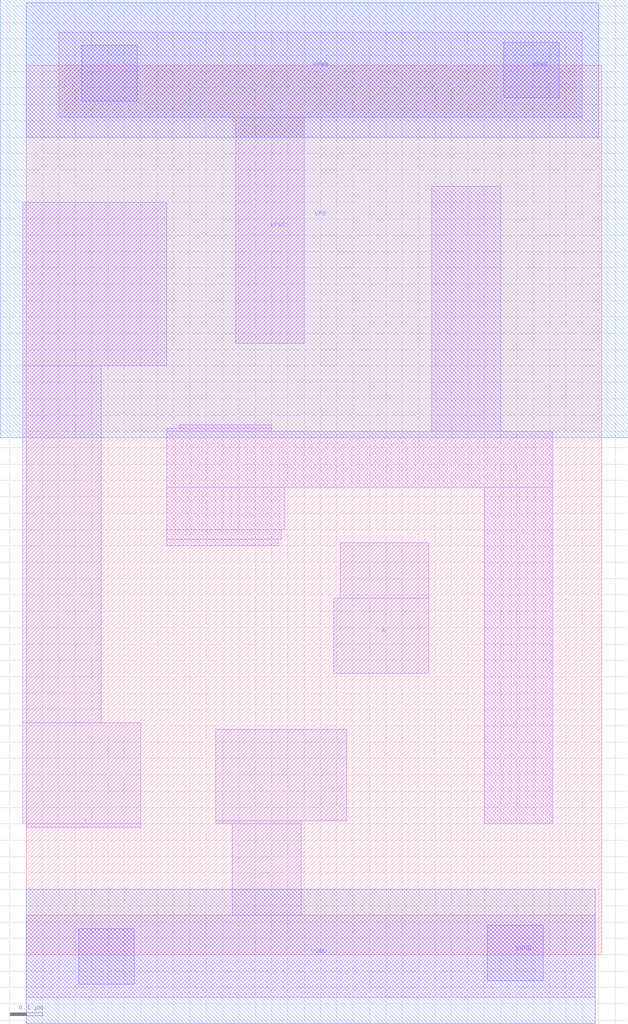
<source format=lef>
VERSION 5.7 ;
  NOWIREEXTENSIONATPIN ON ;
  DIVIDERCHAR "/" ;
  BUSBITCHARS "[]" ;
MACRO sky130_vsdbuf_2x
  CLASS BLOCK ;
  FOREIGN sky130_vsdbuf_2x ;
  ORIGIN 0.000 0.000 ;
  SIZE 1.760 BY 2.720 ;
  PIN A
    DIRECTION INPUT ;
    USE SIGNAL ;
    ANTENNAGATEAREA 0.173400 ;
    PORT
      LAYER li1 ;
        RECT 0.960 1.090 1.230 1.260 ;
        RECT 0.940 0.860 1.230 1.090 ;
    END
  END A
  PIN Y
    DIRECTION OUTPUT ;
    USE SIGNAL ;
    ANTENNADIFFAREA 0.370200 ;
    PORT
      LAYER li1 ;
        RECT -0.010 1.800 0.430 2.300 ;
        RECT -0.010 0.710 0.230 1.800 ;
        RECT -0.010 0.400 0.350 0.710 ;
        RECT 0.000 0.390 0.350 0.400 ;
    END
  END Y
  PIN VPWR
    DIRECTION INOUT ;
    USE POWER ;
    PORT
      LAYER li1 ;
        RECT 0.100 2.560 1.700 2.820 ;
        RECT 0.640 1.870 0.850 2.560 ;
      LAYER mcon ;
        RECT 0.170 2.610 0.340 2.780 ;
        RECT 1.460 2.620 1.630 2.790 ;
      LAYER met1 ;
        RECT 0.000 2.500 1.750 2.910 ;
    END
  END VPWR
  PIN VPB
    DIRECTION INOUT ;
    USE POWER ;
    PORT
      LAYER nwell ;
        RECT -0.080 1.580 1.840 2.920 ;
    END
  END VPB
  PIN VGND
    DIRECTION INOUT ;
    USE GROUND ;
    PORT
      LAYER li1 ;
        RECT 0.580 0.410 0.980 0.690 ;
        RECT 0.580 0.400 0.840 0.410 ;
        RECT 0.630 0.120 0.840 0.400 ;
        RECT 0.000 -0.130 1.740 0.120 ;
      LAYER mcon ;
        RECT 0.160 -0.090 0.330 0.080 ;
        RECT 1.410 -0.080 1.580 0.090 ;
      LAYER met1 ;
        RECT 0.000 -0.210 1.740 0.200 ;
    END
  END VGND
  OBS
      LAYER li1 ;
        RECT 0.470 1.610 0.750 1.620 ;
        RECT 0.430 1.600 0.750 1.610 ;
        RECT 1.240 1.600 1.450 2.350 ;
        RECT 0.430 1.430 1.610 1.600 ;
        RECT 0.430 1.300 0.790 1.430 ;
        RECT 0.430 1.270 0.780 1.300 ;
        RECT 0.430 1.250 0.770 1.270 ;
        RECT 1.400 0.400 1.610 1.430 ;
  END
END sky130_vsdbuf_2x
END LIBRARY


</source>
